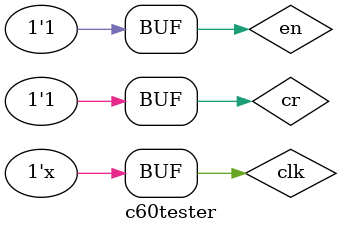
<source format=v>
`timescale 1ns / 1ps


module c60tester;

	// Inputs
	reg clk;
	reg cr;
	reg en;

	// Outputs
	wire up_siganl;
	wire [7:0] data;

	// Instantiate the Unit Under Test (UUT)
	counter60 uut (
		.clk(clk), 
		.cr(cr), 
		.en(en), 
		.up_siganl(up_siganl), 
		.data(data)
	);

	initial begin
		// Initialize Inputs
		clk = 0;
		cr = 1;
		en = 1;

		// Wait 100 ns for global reset to finish
		#1;
		cr=0;
		#1
		cr=1;
        
		// Add stimulus here

	end
      always clk=#1~clk;
endmodule


</source>
